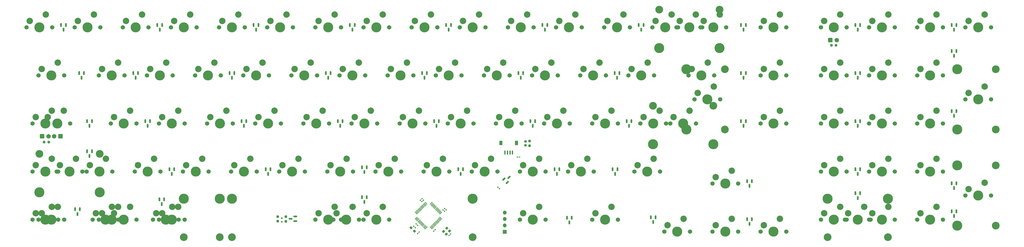
<source format=gbs>
%TF.GenerationSoftware,KiCad,Pcbnew,(6.0.0)*%
%TF.CreationDate,2022-10-18T00:40:26-05:00*%
%TF.ProjectId,_autosave-Phidias-F072-pcb,5f617574-6f73-4617-9665-2d5068696469,rev?*%
%TF.SameCoordinates,Original*%
%TF.FileFunction,Soldermask,Bot*%
%TF.FilePolarity,Negative*%
%FSLAX46Y46*%
G04 Gerber Fmt 4.6, Leading zero omitted, Abs format (unit mm)*
G04 Created by KiCad (PCBNEW (6.0.0)) date 2022-10-18 00:40:26*
%MOMM*%
%LPD*%
G01*
G04 APERTURE LIST*
G04 Aperture macros list*
%AMRoundRect*
0 Rectangle with rounded corners*
0 $1 Rounding radius*
0 $2 $3 $4 $5 $6 $7 $8 $9 X,Y pos of 4 corners*
0 Add a 4 corners polygon primitive as box body*
4,1,4,$2,$3,$4,$5,$6,$7,$8,$9,$2,$3,0*
0 Add four circle primitives for the rounded corners*
1,1,$1+$1,$2,$3*
1,1,$1+$1,$4,$5*
1,1,$1+$1,$6,$7*
1,1,$1+$1,$8,$9*
0 Add four rect primitives between the rounded corners*
20,1,$1+$1,$2,$3,$4,$5,0*
20,1,$1+$1,$4,$5,$6,$7,0*
20,1,$1+$1,$6,$7,$8,$9,0*
20,1,$1+$1,$8,$9,$2,$3,0*%
%AMRotRect*
0 Rectangle, with rotation*
0 The origin of the aperture is its center*
0 $1 length*
0 $2 width*
0 $3 Rotation angle, in degrees counterclockwise*
0 Add horizontal line*
21,1,$1,$2,0,0,$3*%
G04 Aperture macros list end*
%ADD10RoundRect,0.100000X0.083085X0.224506X-0.224506X-0.083085X-0.083085X-0.224506X0.224506X0.083085X0*%
%ADD11C,3.987800*%
%ADD12C,3.048000*%
%ADD13C,1.701800*%
%ADD14C,2.540000*%
%ADD15RoundRect,0.150000X-0.150000X0.587500X-0.150000X-0.587500X0.150000X-0.587500X0.150000X0.587500X0*%
%ADD16RoundRect,0.150000X0.587500X0.150000X-0.587500X0.150000X-0.587500X-0.150000X0.587500X-0.150000X0*%
%ADD17RoundRect,0.218750X-0.256250X0.218750X-0.256250X-0.218750X0.256250X-0.218750X0.256250X0.218750X0*%
%ADD18RoundRect,0.150000X-0.309359X-0.521491X0.521491X0.309359X0.309359X0.521491X-0.521491X-0.309359X0*%
%ADD19RoundRect,0.237500X-0.008839X-0.344715X0.344715X0.008839X0.008839X0.344715X-0.344715X-0.008839X0*%
%ADD20C,1.778000*%
%ADD21RoundRect,0.177800X-0.711200X-0.711200X0.711200X-0.711200X0.711200X0.711200X-0.711200X0.711200X0*%
%ADD22RoundRect,0.100000X-0.224506X0.083085X0.083085X-0.224506X0.224506X-0.083085X-0.083085X0.224506X0*%
%ADD23R,0.700000X0.600000*%
%ADD24RoundRect,0.100000X-0.083085X-0.224506X0.224506X0.083085X0.083085X0.224506X-0.224506X-0.083085X0*%
%ADD25RoundRect,0.237500X-0.344715X0.008839X0.008839X-0.344715X0.344715X-0.008839X-0.008839X0.344715X0*%
%ADD26RoundRect,0.177800X0.711200X0.711200X-0.711200X0.711200X-0.711200X-0.711200X0.711200X-0.711200X0*%
%ADD27RoundRect,0.237500X0.237500X-0.250000X0.237500X0.250000X-0.237500X0.250000X-0.237500X-0.250000X0*%
%ADD28RotRect,1.475000X0.300000X45.000000*%
%ADD29RoundRect,0.150000X-0.415425X-0.415425X0.415425X0.415425X0.415425X0.415425X-0.415425X-0.415425X0*%
%ADD30RoundRect,0.150000X0.415425X-0.415425X0.415425X-0.415425X-0.415425X0.415425X-0.415425X0.415425X0*%
%ADD31R,1.524000X1.524000*%
%ADD32O,1.524000X1.524000*%
%ADD33RoundRect,0.237500X0.250000X0.237500X-0.250000X0.237500X-0.250000X-0.237500X0.250000X-0.237500X0*%
%ADD34R,0.600000X1.550000*%
%ADD35R,1.200000X1.800000*%
%ADD36RoundRect,0.100000X0.224506X-0.083085X-0.083085X0.224506X-0.224506X0.083085X0.083085X-0.224506X0*%
%ADD37RoundRect,0.100000X-0.217500X-0.100000X0.217500X-0.100000X0.217500X0.100000X-0.217500X0.100000X0*%
G04 APERTURE END LIST*
D10*
%TO.C,C5*%
X185282322Y-106557678D03*
X184706030Y-107133970D03*
%TD*%
D11*
%TO.C,SW15*%
X278574500Y-46355000D03*
D12*
X278574500Y-31115000D03*
X302450500Y-31115000D03*
D13*
X295592500Y-38100000D03*
D11*
X302450500Y-46355000D03*
X290512500Y-38100000D03*
D13*
X285432500Y-38100000D03*
D14*
X286702500Y-35560000D03*
X293052500Y-33020000D03*
%TD*%
D15*
%TO.C,D4*%
X156212500Y-37162500D03*
X158112500Y-37162500D03*
X157162500Y-39037500D03*
%TD*%
D13*
%TO.C,SW90*%
X233680000Y-114300000D03*
X223520000Y-114300000D03*
D11*
X228600000Y-114300000D03*
D14*
X224790000Y-111760000D03*
X231140000Y-109220000D03*
%TD*%
D11*
%TO.C,SW35*%
X295275000Y-57150000D03*
D13*
X290195000Y-57150000D03*
X300355000Y-57150000D03*
D14*
X291465000Y-54610000D03*
X297815000Y-52070000D03*
%TD*%
D13*
%TO.C,SW44*%
X71755000Y-76200000D03*
D11*
X66675000Y-76200000D03*
D13*
X61595000Y-76200000D03*
D14*
X62865000Y-73660000D03*
X69215000Y-71120000D03*
%TD*%
D13*
%TO.C,SW54*%
X252095000Y-76200000D03*
X262255000Y-76200000D03*
D11*
X257175000Y-76200000D03*
D14*
X253365000Y-73660000D03*
X259715000Y-71120000D03*
%TD*%
D13*
%TO.C,SW70*%
X185420000Y-95250000D03*
X195580000Y-95250000D03*
D11*
X190500000Y-95250000D03*
D14*
X186690000Y-92710000D03*
X193040000Y-90170000D03*
%TD*%
D10*
%TO.C,C7*%
X184728146Y-106001854D03*
X184151854Y-106578146D03*
%TD*%
D11*
%TO.C,SW6*%
X128587500Y-38100000D03*
D13*
X123507500Y-38100000D03*
X133667500Y-38100000D03*
D14*
X124777500Y-35560000D03*
X131127500Y-33020000D03*
%TD*%
D13*
%TO.C,SW8*%
X171767500Y-38100000D03*
D11*
X166687500Y-38100000D03*
D13*
X161607500Y-38100000D03*
D14*
X162877500Y-35560000D03*
X169227500Y-33020000D03*
%TD*%
D15*
%TO.C,D28*%
X310993750Y-75262500D03*
X312893750Y-75262500D03*
X311943750Y-77137500D03*
%TD*%
D13*
%TO.C,SW34*%
X266382500Y-57150000D03*
X276542500Y-57150000D03*
D11*
X271462500Y-57150000D03*
D14*
X267652500Y-54610000D03*
X274002500Y-52070000D03*
%TD*%
D13*
%TO.C,SW52*%
X213995000Y-76200000D03*
D11*
X219075000Y-76200000D03*
D13*
X224155000Y-76200000D03*
D14*
X215265000Y-73660000D03*
X221615000Y-71120000D03*
%TD*%
D16*
%TO.C,Q1*%
X134587500Y-113020000D03*
X134587500Y-114920000D03*
X132712500Y-113970000D03*
%TD*%
D11*
%TO.C,SW57*%
X323850000Y-76200000D03*
D13*
X318770000Y-76200000D03*
X328930000Y-76200000D03*
D14*
X320040000Y-73660000D03*
X326390000Y-71120000D03*
%TD*%
D13*
%TO.C,SW71*%
X214630000Y-95250000D03*
X204470000Y-95250000D03*
D11*
X209550000Y-95250000D03*
D14*
X205740000Y-92710000D03*
X212090000Y-90170000D03*
%TD*%
D17*
%TO.C,LED1*%
X225690000Y-83282500D03*
X225690000Y-84857500D03*
%TD*%
D13*
%TO.C,SW40*%
X390842500Y-57150000D03*
X380682500Y-57150000D03*
D11*
X385762500Y-57150000D03*
D14*
X381952500Y-54610000D03*
X388302500Y-52070000D03*
%TD*%
D13*
%TO.C,SW93*%
X299720000Y-119062500D03*
D11*
X304800000Y-119062500D03*
D13*
X309880000Y-119062500D03*
D14*
X300990000Y-116522500D03*
X307340000Y-113982500D03*
%TD*%
D15*
%TO.C,D41*%
X47468750Y-110187500D03*
X49368750Y-110187500D03*
X48418750Y-112062500D03*
%TD*%
%TO.C,D45*%
X275275000Y-113362500D03*
X277175000Y-113362500D03*
X276225000Y-115237500D03*
%TD*%
D11*
%TO.C,SW30*%
X195262500Y-57150000D03*
D13*
X190182500Y-57150000D03*
X200342500Y-57150000D03*
D14*
X191452500Y-54610000D03*
X197802500Y-52070000D03*
%TD*%
D13*
%TO.C,SW94*%
X318770000Y-119062500D03*
D11*
X323850000Y-119062500D03*
D13*
X328930000Y-119062500D03*
D14*
X320040000Y-116522500D03*
X326390000Y-113982500D03*
%TD*%
D13*
%TO.C,SW82*%
X54451250Y-114300000D03*
D11*
X59531250Y-114300000D03*
D13*
X64611250Y-114300000D03*
D14*
X55721250Y-111760000D03*
X62071250Y-109220000D03*
%TD*%
D13*
%TO.C,SW51*%
X194945000Y-76200000D03*
D11*
X200025000Y-76200000D03*
D13*
X205105000Y-76200000D03*
D14*
X196215000Y-73660000D03*
X202565000Y-71120000D03*
%TD*%
D11*
%TO.C,SW56*%
X276193250Y-84455000D03*
D12*
X276193250Y-69215000D03*
D13*
X293211250Y-76200000D03*
D12*
X300069250Y-69215000D03*
D11*
X288131250Y-76200000D03*
X300069250Y-84455000D03*
D13*
X283051250Y-76200000D03*
D14*
X284321250Y-73660000D03*
X290671250Y-71120000D03*
%TD*%
D13*
%TO.C,SW29*%
X171132500Y-57150000D03*
X181292500Y-57150000D03*
D11*
X176212500Y-57150000D03*
D14*
X172402500Y-54610000D03*
X178752500Y-52070000D03*
%TD*%
D11*
%TO.C,SW86*%
X85725000Y-114300000D03*
D13*
X80645000Y-114300000D03*
X90805000Y-114300000D03*
D14*
X81915000Y-111760000D03*
X88265000Y-109220000D03*
%TD*%
D11*
%TO.C,SW45*%
X85725000Y-76200000D03*
D13*
X90805000Y-76200000D03*
X80645000Y-76200000D03*
D14*
X81915000Y-73660000D03*
X88265000Y-71120000D03*
%TD*%
D13*
%TO.C,SW49*%
X156845000Y-76200000D03*
D11*
X161925000Y-76200000D03*
D13*
X167005000Y-76200000D03*
D14*
X158115000Y-73660000D03*
X164465000Y-71120000D03*
%TD*%
D11*
%TO.C,SW14*%
X280987500Y-38100000D03*
D13*
X286067500Y-38100000D03*
X275907500Y-38100000D03*
D14*
X277177500Y-35560000D03*
X283527500Y-33020000D03*
%TD*%
D15*
%TO.C,D8*%
X310993750Y-37162500D03*
X312893750Y-37162500D03*
X311943750Y-39037500D03*
%TD*%
D13*
%TO.C,SW87*%
X171767500Y-114300000D03*
D11*
X166687500Y-114300000D03*
D12*
X204787500Y-121285000D03*
D13*
X161607500Y-114300000D03*
D11*
X204787500Y-106045000D03*
X109537500Y-106045000D03*
D12*
X109537500Y-121285000D03*
D14*
X162877500Y-111760000D03*
X169227500Y-109220000D03*
%TD*%
D15*
%TO.C,D31*%
X52231250Y-87168750D03*
X54131250Y-87168750D03*
X53181250Y-89043750D03*
%TD*%
%TO.C,D48*%
X394337500Y-110981250D03*
X396237500Y-110981250D03*
X395287500Y-112856250D03*
%TD*%
D13*
%TO.C,SW22*%
X33020000Y-57150000D03*
D11*
X38100000Y-57150000D03*
D13*
X43180000Y-57150000D03*
D14*
X34290000Y-54610000D03*
X40640000Y-52070000D03*
%TD*%
D13*
%TO.C,SW84*%
X61595000Y-114300000D03*
D11*
X66675000Y-114300000D03*
D13*
X71755000Y-114300000D03*
D14*
X62865000Y-111760000D03*
X69215000Y-109220000D03*
%TD*%
D15*
%TO.C,D23*%
X113350000Y-75262500D03*
X115250000Y-75262500D03*
X114300000Y-77137500D03*
%TD*%
D13*
%TO.C,SW72*%
X223520000Y-95250000D03*
X233680000Y-95250000D03*
D11*
X228600000Y-95250000D03*
D14*
X224790000Y-92710000D03*
X231140000Y-90170000D03*
%TD*%
D13*
%TO.C,SW78*%
X390842500Y-95250000D03*
X380682500Y-95250000D03*
D11*
X385762500Y-95250000D03*
D14*
X381952500Y-92710000D03*
X388302500Y-90170000D03*
%TD*%
D10*
%TO.C,C1*%
X196088146Y-119971854D03*
X195511854Y-120548146D03*
%TD*%
D11*
%TO.C,SW2*%
X52387500Y-38100000D03*
D13*
X47307500Y-38100000D03*
X57467500Y-38100000D03*
D14*
X48577500Y-35560000D03*
X54927500Y-33020000D03*
%TD*%
D11*
%TO.C,SW66*%
X114300000Y-95250000D03*
D13*
X109220000Y-95250000D03*
X119380000Y-95250000D03*
D14*
X110490000Y-92710000D03*
X116840000Y-90170000D03*
%TD*%
D15*
%TO.C,D1*%
X41912500Y-37162500D03*
X43812500Y-37162500D03*
X42862500Y-39037500D03*
%TD*%
D13*
%TO.C,SW80*%
X30638750Y-114300000D03*
X40798750Y-114300000D03*
D11*
X35718750Y-114300000D03*
D14*
X31908750Y-111760000D03*
X38258750Y-109220000D03*
%TD*%
D18*
%TO.C,U1*%
X218518839Y-99564664D03*
X217175336Y-98221161D03*
X219172913Y-97567087D03*
%TD*%
D15*
%TO.C,D27*%
X265750000Y-75262500D03*
X267650000Y-75262500D03*
X266700000Y-77137500D03*
%TD*%
D13*
%TO.C,SW27*%
X133032500Y-57150000D03*
D11*
X138112500Y-57150000D03*
D13*
X143192500Y-57150000D03*
D14*
X134302500Y-54610000D03*
X140652500Y-52070000D03*
%TD*%
D19*
%TO.C,R2*%
X193244765Y-118955235D03*
X194535235Y-117664765D03*
%TD*%
D13*
%TO.C,SW19*%
X361632500Y-38100000D03*
D11*
X366712500Y-38100000D03*
D13*
X371792500Y-38100000D03*
D14*
X362902500Y-35560000D03*
X369252500Y-33020000D03*
%TD*%
D13*
%TO.C,SW88*%
X159861250Y-114300000D03*
D11*
X104743250Y-106045000D03*
D12*
X104743250Y-121285000D03*
D11*
X204819250Y-106045000D03*
X154781250Y-114300000D03*
D13*
X149701250Y-114300000D03*
D12*
X204819250Y-121285000D03*
D14*
X150971250Y-111760000D03*
X157321250Y-109220000D03*
%TD*%
D20*
%TO.C,LED3*%
X39210000Y-81280000D03*
D21*
X41750000Y-81280000D03*
%TD*%
D22*
%TO.C,C10*%
X182416030Y-116016030D03*
X182992322Y-116592322D03*
%TD*%
D15*
%TO.C,D24*%
X151450000Y-75262500D03*
X153350000Y-75262500D03*
X152400000Y-77137500D03*
%TD*%
D23*
%TO.C,D49*%
X129260000Y-113720000D03*
X129260000Y-115120000D03*
%TD*%
D24*
%TO.C,C6*%
X189351854Y-118848146D03*
X189928146Y-118271854D03*
%TD*%
D10*
%TO.C,C2*%
X183608146Y-119201854D03*
X183031854Y-119778146D03*
%TD*%
D15*
%TO.C,D26*%
X227650000Y-75262500D03*
X229550000Y-75262500D03*
X228600000Y-77137500D03*
%TD*%
%TO.C,D2*%
X80012500Y-37162500D03*
X81912500Y-37162500D03*
X80962500Y-39037500D03*
%TD*%
D11*
%TO.C,SW32*%
X233362500Y-57150000D03*
D13*
X238442500Y-57150000D03*
X228282500Y-57150000D03*
D14*
X229552500Y-54610000D03*
X235902500Y-52070000D03*
%TD*%
D13*
%TO.C,SW28*%
X162242500Y-57150000D03*
D11*
X157162500Y-57150000D03*
D13*
X152082500Y-57150000D03*
D14*
X153352500Y-54610000D03*
X159702500Y-52070000D03*
%TD*%
D25*
%TO.C,R3*%
X180430000Y-117560000D03*
X181720470Y-118850470D03*
%TD*%
D11*
%TO.C,SW5*%
X109537500Y-38100000D03*
D13*
X104457500Y-38100000D03*
X114617500Y-38100000D03*
D14*
X105727500Y-35560000D03*
X112077500Y-33020000D03*
%TD*%
D13*
%TO.C,SW10*%
X199707500Y-38100000D03*
X209867500Y-38100000D03*
D11*
X204787500Y-38100000D03*
D14*
X200977500Y-35560000D03*
X207327500Y-33020000D03*
%TD*%
D15*
%TO.C,D21*%
X52231250Y-75262500D03*
X54131250Y-75262500D03*
X53181250Y-77137500D03*
%TD*%
D11*
%TO.C,SW79*%
X396557500Y-116713000D03*
D13*
X409892500Y-104775000D03*
D11*
X404812500Y-104775000D03*
D12*
X411797500Y-116713000D03*
X411797500Y-92837000D03*
D11*
X396557500Y-92837000D03*
D13*
X399732500Y-104775000D03*
D14*
X401002500Y-102235000D03*
X407352500Y-99695000D03*
%TD*%
D11*
%TO.C,SW16*%
X300037500Y-38100000D03*
D13*
X305117500Y-38100000D03*
X294957500Y-38100000D03*
D14*
X296227500Y-35560000D03*
X302577500Y-33020000D03*
%TD*%
D12*
%TO.C,SW89*%
X204787500Y-121285000D03*
D11*
X147637500Y-114300000D03*
X90487500Y-106045000D03*
D13*
X152717500Y-114300000D03*
D11*
X204787500Y-106045000D03*
D12*
X90487500Y-121285000D03*
D13*
X142557500Y-114300000D03*
D14*
X143827500Y-111760000D03*
X150177500Y-109220000D03*
%TD*%
D13*
%TO.C,SW62*%
X50323750Y-95250000D03*
D12*
X57181750Y-88265000D03*
D11*
X33305750Y-103505000D03*
X57181750Y-103505000D03*
X45243750Y-95250000D03*
D13*
X40163750Y-95250000D03*
D12*
X33305750Y-88265000D03*
D14*
X41433750Y-92710000D03*
X47783750Y-90170000D03*
%TD*%
D13*
%TO.C,SW31*%
X219392500Y-57150000D03*
D11*
X214312500Y-57150000D03*
D13*
X209232500Y-57150000D03*
D14*
X210502500Y-54610000D03*
X216852500Y-52070000D03*
%TD*%
D15*
%TO.C,D43*%
X160975000Y-105425000D03*
X162875000Y-105425000D03*
X161925000Y-107300000D03*
%TD*%
D13*
%TO.C,SW4*%
X85407500Y-38100000D03*
D11*
X90487500Y-38100000D03*
D13*
X95567500Y-38100000D03*
D14*
X86677500Y-35560000D03*
X93027500Y-33020000D03*
%TD*%
D13*
%TO.C,SW37*%
X328930000Y-57150000D03*
X318770000Y-57150000D03*
D11*
X323850000Y-57150000D03*
D14*
X320040000Y-54610000D03*
X326390000Y-52070000D03*
%TD*%
D20*
%TO.C,LED2*%
X36988750Y-81280000D03*
D26*
X34448750Y-81280000D03*
%TD*%
D15*
%TO.C,D46*%
X313375000Y-114156250D03*
X315275000Y-114156250D03*
X314325000Y-116031250D03*
%TD*%
D20*
%TO.C,LED4*%
X348930000Y-43180000D03*
D26*
X346390000Y-43180000D03*
%TD*%
D15*
%TO.C,D37*%
X260193750Y-94312500D03*
X262093750Y-94312500D03*
X261143750Y-96187500D03*
%TD*%
%TO.C,D17*%
X260987500Y-56212500D03*
X262887500Y-56212500D03*
X261937500Y-58087500D03*
%TD*%
D11*
%TO.C,SW65*%
X95250000Y-95250000D03*
D13*
X100330000Y-95250000D03*
X90170000Y-95250000D03*
D14*
X91440000Y-92710000D03*
X97790000Y-90170000D03*
%TD*%
D11*
%TO.C,SW18*%
X347662500Y-38100000D03*
D13*
X342582500Y-38100000D03*
X352742500Y-38100000D03*
D14*
X343852500Y-35560000D03*
X350202500Y-33020000D03*
%TD*%
D13*
%TO.C,SW43*%
X35401250Y-76200000D03*
D11*
X40481250Y-76200000D03*
D13*
X45561250Y-76200000D03*
D14*
X36671250Y-73660000D03*
X43021250Y-71120000D03*
%TD*%
D13*
%TO.C,SW33*%
X257492500Y-57150000D03*
X247332500Y-57150000D03*
D11*
X252412500Y-57150000D03*
D14*
X248602500Y-54610000D03*
X254952500Y-52070000D03*
%TD*%
D13*
%TO.C,SW48*%
X137795000Y-76200000D03*
D11*
X142875000Y-76200000D03*
D13*
X147955000Y-76200000D03*
D14*
X139065000Y-73660000D03*
X145415000Y-71120000D03*
%TD*%
D13*
%TO.C,SW85*%
X88423750Y-114300000D03*
D11*
X83343750Y-114300000D03*
D13*
X78263750Y-114300000D03*
D14*
X79533750Y-111760000D03*
X85883750Y-109220000D03*
%TD*%
D11*
%TO.C,SW76*%
X347662500Y-95250000D03*
D13*
X352742500Y-95250000D03*
X342582500Y-95250000D03*
D14*
X343852500Y-92710000D03*
X350202500Y-90170000D03*
%TD*%
D15*
%TO.C,D33*%
X122875000Y-94312500D03*
X124775000Y-94312500D03*
X123825000Y-96187500D03*
%TD*%
D13*
%TO.C,SW13*%
X256857500Y-38100000D03*
X267017500Y-38100000D03*
D11*
X261937500Y-38100000D03*
D14*
X258127500Y-35560000D03*
X264477500Y-33020000D03*
%TD*%
D13*
%TO.C,SW17*%
X318770000Y-38100000D03*
X328930000Y-38100000D03*
D11*
X323850000Y-38100000D03*
D14*
X320040000Y-35560000D03*
X326390000Y-33020000D03*
%TD*%
D13*
%TO.C,SW21*%
X409892500Y-38100000D03*
D11*
X404812500Y-38100000D03*
D13*
X399732500Y-38100000D03*
D14*
X401002500Y-35560000D03*
X407352500Y-33020000D03*
%TD*%
D15*
%TO.C,D3*%
X118112500Y-37162500D03*
X120012500Y-37162500D03*
X119062500Y-39037500D03*
%TD*%
D13*
%TO.C,SW68*%
X157480000Y-95250000D03*
D11*
X152400000Y-95250000D03*
D13*
X147320000Y-95250000D03*
D14*
X148590000Y-92710000D03*
X154940000Y-90170000D03*
%TD*%
D13*
%TO.C,SW77*%
X361632500Y-95250000D03*
D11*
X366712500Y-95250000D03*
D13*
X371792500Y-95250000D03*
D14*
X362902500Y-92710000D03*
X369252500Y-90170000D03*
%TD*%
D13*
%TO.C,SW53*%
X233045000Y-76200000D03*
D11*
X238125000Y-76200000D03*
D13*
X243205000Y-76200000D03*
D14*
X234315000Y-73660000D03*
X240665000Y-71120000D03*
%TD*%
D13*
%TO.C,SW11*%
X228917500Y-38100000D03*
X218757500Y-38100000D03*
D11*
X223837500Y-38100000D03*
D14*
X220027500Y-35560000D03*
X226377500Y-33020000D03*
%TD*%
D13*
%TO.C,SW9*%
X190817500Y-38100000D03*
X180657500Y-38100000D03*
D11*
X185737500Y-38100000D03*
D14*
X181927500Y-35560000D03*
X188277500Y-33020000D03*
%TD*%
D13*
%TO.C,SW74*%
X278923750Y-95250000D03*
X268763750Y-95250000D03*
D11*
X273843750Y-95250000D03*
D14*
X270033750Y-92710000D03*
X276383750Y-90170000D03*
%TD*%
D15*
%TO.C,D5*%
X194312500Y-37162500D03*
X196212500Y-37162500D03*
X195262500Y-39037500D03*
%TD*%
%TO.C,D11*%
X49056250Y-56212500D03*
X50956250Y-56212500D03*
X50006250Y-58087500D03*
%TD*%
D13*
%TO.C,SW69*%
X166370000Y-95250000D03*
D11*
X171450000Y-95250000D03*
D13*
X176530000Y-95250000D03*
D14*
X167640000Y-92710000D03*
X173990000Y-90170000D03*
%TD*%
D13*
%TO.C,SW1*%
X28257500Y-38100000D03*
X38417500Y-38100000D03*
D11*
X33337500Y-38100000D03*
D14*
X29527500Y-35560000D03*
X35877500Y-33020000D03*
%TD*%
D15*
%TO.C,D35*%
X199075000Y-94312500D03*
X200975000Y-94312500D03*
X200025000Y-96187500D03*
%TD*%
D11*
%TO.C,SW60*%
X385762500Y-76200000D03*
D13*
X380682500Y-76200000D03*
X390842500Y-76200000D03*
D14*
X381952500Y-73660000D03*
X388302500Y-71120000D03*
%TD*%
D15*
%TO.C,D30*%
X394337500Y-71293750D03*
X396237500Y-71293750D03*
X395287500Y-73168750D03*
%TD*%
D13*
%TO.C,SW61*%
X30638750Y-95250000D03*
X40798750Y-95250000D03*
D11*
X35718750Y-95250000D03*
D14*
X31908750Y-92710000D03*
X38258750Y-90170000D03*
%TD*%
D27*
%TO.C,R4*%
X127640000Y-114932500D03*
X127640000Y-113107500D03*
%TD*%
D11*
%TO.C,SW96*%
X357187500Y-114300000D03*
X345249500Y-106045000D03*
X369125500Y-106045000D03*
D12*
X345249500Y-121285000D03*
X369125500Y-121285000D03*
D13*
X362267500Y-114300000D03*
X352107500Y-114300000D03*
D14*
X353377500Y-111760000D03*
X359727500Y-109220000D03*
%TD*%
D27*
%TO.C,R6*%
X227310000Y-85012500D03*
X227310000Y-83187500D03*
%TD*%
D28*
%TO.C,U2*%
X186326212Y-117600376D03*
D29*
X185972658Y-117246822D03*
X185619105Y-116893269D03*
X185265551Y-116539715D03*
X184911998Y-116186162D03*
X184558445Y-115832609D03*
X184204891Y-115479055D03*
X183851338Y-115125502D03*
X183497785Y-114771949D03*
X183144231Y-114418395D03*
X182790678Y-114064842D03*
X182437124Y-113711288D03*
D30*
X182437124Y-111713712D03*
X182790678Y-111360158D03*
X183144231Y-111006605D03*
X183497785Y-110653051D03*
X183851338Y-110299498D03*
X184204891Y-109945945D03*
X184558445Y-109592391D03*
X184911998Y-109238838D03*
X185265551Y-108885285D03*
X185619105Y-108531731D03*
X185972658Y-108178178D03*
X186326212Y-107824624D03*
D29*
X188323788Y-107824624D03*
X188677342Y-108178178D03*
X189030895Y-108531731D03*
X189384449Y-108885285D03*
X189738002Y-109238838D03*
X190091555Y-109592391D03*
X190445109Y-109945945D03*
X190798662Y-110299498D03*
X191152215Y-110653051D03*
X191505769Y-111006605D03*
X191859322Y-111360158D03*
X192212876Y-111713712D03*
D30*
X192212876Y-113711288D03*
X191859322Y-114064842D03*
X191505769Y-114418395D03*
X191152215Y-114771949D03*
X190798662Y-115125502D03*
X190445109Y-115479055D03*
X190091555Y-115832609D03*
X189738002Y-116186162D03*
X189384449Y-116539715D03*
X189030895Y-116893269D03*
X188677342Y-117246822D03*
X188323788Y-117600376D03*
%TD*%
D11*
%TO.C,SW75*%
X304800000Y-100012500D03*
D13*
X309880000Y-100012500D03*
X299720000Y-100012500D03*
D14*
X300990000Y-97472500D03*
X307340000Y-94932500D03*
%TD*%
D15*
%TO.C,D16*%
X222887500Y-56212500D03*
X224787500Y-56212500D03*
X223837500Y-58087500D03*
%TD*%
D31*
%TO.C,J2*%
X217510000Y-119170000D03*
D32*
X217510000Y-116630000D03*
X217510000Y-114090000D03*
X217510000Y-111550000D03*
%TD*%
D15*
%TO.C,D7*%
X270512500Y-37162500D03*
X272412500Y-37162500D03*
X271462500Y-39037500D03*
%TD*%
D13*
%TO.C,SW47*%
X128905000Y-76200000D03*
X118745000Y-76200000D03*
D11*
X123825000Y-76200000D03*
D14*
X120015000Y-73660000D03*
X126365000Y-71120000D03*
%TD*%
D15*
%TO.C,D22*%
X75250000Y-75262500D03*
X77150000Y-75262500D03*
X76200000Y-77137500D03*
%TD*%
D13*
%TO.C,SW3*%
X66357500Y-38100000D03*
X76517500Y-38100000D03*
D11*
X71437500Y-38100000D03*
D14*
X67627500Y-35560000D03*
X73977500Y-33020000D03*
%TD*%
D15*
%TO.C,D13*%
X108587500Y-56212500D03*
X110487500Y-56212500D03*
X109537500Y-58087500D03*
%TD*%
%TO.C,D44*%
X242093750Y-113506250D03*
X243993750Y-113506250D03*
X243043750Y-115381250D03*
%TD*%
D13*
%TO.C,SW55*%
X271145000Y-76200000D03*
D11*
X276225000Y-76200000D03*
D13*
X281305000Y-76200000D03*
D14*
X272415000Y-73660000D03*
X278765000Y-71120000D03*
%TD*%
D15*
%TO.C,D12*%
X70487500Y-56212500D03*
X72387500Y-56212500D03*
X71437500Y-58087500D03*
%TD*%
%TO.C,D15*%
X184787500Y-56212500D03*
X186687500Y-56212500D03*
X185737500Y-58087500D03*
%TD*%
D13*
%TO.C,SW91*%
X262255000Y-114300000D03*
X252095000Y-114300000D03*
D11*
X257175000Y-114300000D03*
D14*
X253365000Y-111760000D03*
X259715000Y-109220000D03*
%TD*%
D33*
%TO.C,R8*%
X348575000Y-45243750D03*
X346750000Y-45243750D03*
%TD*%
D34*
%TO.C,J1*%
X217575000Y-87750000D03*
X218575000Y-87750000D03*
X219575000Y-87750000D03*
X220575000Y-87750000D03*
D35*
X215975000Y-83875000D03*
X222175000Y-83875000D03*
%TD*%
D15*
%TO.C,D47*%
X356237500Y-103837500D03*
X358137500Y-103837500D03*
X357187500Y-105712500D03*
%TD*%
%TO.C,D19*%
X356237500Y-56212500D03*
X358137500Y-56212500D03*
X357187500Y-58087500D03*
%TD*%
D13*
%TO.C,SW73*%
X252730000Y-95250000D03*
X242570000Y-95250000D03*
D11*
X247650000Y-95250000D03*
D14*
X243840000Y-92710000D03*
X250190000Y-90170000D03*
%TD*%
D12*
%TO.C,SW36*%
X304641250Y-78613000D03*
D13*
X302736250Y-66675000D03*
D12*
X304641250Y-54737000D03*
D13*
X292576250Y-66675000D03*
D11*
X289401250Y-54737000D03*
X297656250Y-66675000D03*
X289401250Y-78613000D03*
D14*
X293846250Y-64135000D03*
X300196250Y-61595000D03*
%TD*%
D15*
%TO.C,D40*%
X394337500Y-99868750D03*
X396237500Y-99868750D03*
X395287500Y-101743750D03*
%TD*%
D13*
%TO.C,SW64*%
X81280000Y-95250000D03*
X71120000Y-95250000D03*
D11*
X76200000Y-95250000D03*
D14*
X72390000Y-92710000D03*
X78740000Y-90170000D03*
%TD*%
D11*
%TO.C,SW98*%
X385762500Y-114300000D03*
D13*
X380682500Y-114300000D03*
X390842500Y-114300000D03*
D14*
X381952500Y-111760000D03*
X388302500Y-109220000D03*
%TD*%
D15*
%TO.C,D25*%
X189550000Y-75262500D03*
X191450000Y-75262500D03*
X190500000Y-77137500D03*
%TD*%
D13*
%TO.C,SW41*%
X409892500Y-66675000D03*
X399732500Y-66675000D03*
D11*
X396557500Y-78613000D03*
X396557500Y-54737000D03*
D12*
X411797500Y-54737000D03*
X411797500Y-78613000D03*
D11*
X404812500Y-66675000D03*
D14*
X401002500Y-64135000D03*
X407352500Y-61595000D03*
%TD*%
D22*
%TO.C,C11*%
X181516030Y-116916030D03*
X182092322Y-117492322D03*
%TD*%
D11*
%TO.C,SW95*%
X347662500Y-114300000D03*
D13*
X352742500Y-114300000D03*
X342582500Y-114300000D03*
D14*
X343852500Y-111760000D03*
X350202500Y-109220000D03*
%TD*%
D13*
%TO.C,SW50*%
X186055000Y-76200000D03*
X175895000Y-76200000D03*
D11*
X180975000Y-76200000D03*
D14*
X177165000Y-73660000D03*
X183515000Y-71120000D03*
%TD*%
D15*
%TO.C,D39*%
X356237500Y-94312500D03*
X358137500Y-94312500D03*
X357187500Y-96187500D03*
%TD*%
D27*
%TO.C,R5*%
X130870000Y-114942500D03*
X130870000Y-113117500D03*
%TD*%
D33*
%TO.C,R7*%
X37052500Y-83600000D03*
X35227500Y-83600000D03*
%TD*%
D15*
%TO.C,D29*%
X356237500Y-75262500D03*
X358137500Y-75262500D03*
X357187500Y-77137500D03*
%TD*%
%TO.C,D42*%
X80806250Y-106218750D03*
X82706250Y-106218750D03*
X81756250Y-108093750D03*
%TD*%
%TO.C,D38*%
X313375000Y-99075000D03*
X315275000Y-99075000D03*
X314325000Y-100950000D03*
%TD*%
D13*
%TO.C,SW58*%
X352742500Y-76200000D03*
D11*
X347662500Y-76200000D03*
D13*
X342582500Y-76200000D03*
D14*
X343852500Y-73660000D03*
X350202500Y-71120000D03*
%TD*%
D13*
%TO.C,SW26*%
X124142500Y-57150000D03*
D11*
X119062500Y-57150000D03*
D13*
X113982500Y-57150000D03*
D14*
X115252500Y-54610000D03*
X121602500Y-52070000D03*
%TD*%
D36*
%TO.C,C9*%
X194308146Y-110438146D03*
X193731854Y-109861854D03*
%TD*%
D13*
%TO.C,SW67*%
X128270000Y-95250000D03*
X138430000Y-95250000D03*
D11*
X133350000Y-95250000D03*
D14*
X129540000Y-92710000D03*
X135890000Y-90170000D03*
%TD*%
D15*
%TO.C,D36*%
X237175000Y-94312500D03*
X239075000Y-94312500D03*
X238125000Y-96187500D03*
%TD*%
D13*
%TO.C,SW42*%
X40798750Y-76200000D03*
X30638750Y-76200000D03*
D11*
X35718750Y-76200000D03*
D14*
X31908750Y-73660000D03*
X38258750Y-71120000D03*
%TD*%
D36*
%TO.C,C8*%
X193708146Y-111038146D03*
X193131854Y-110461854D03*
%TD*%
D15*
%TO.C,D10*%
X394337500Y-37162500D03*
X396237500Y-37162500D03*
X395287500Y-39037500D03*
%TD*%
%TO.C,D14*%
X146687500Y-56212500D03*
X148587500Y-56212500D03*
X147637500Y-58087500D03*
%TD*%
D13*
%TO.C,SW12*%
X247967500Y-38100000D03*
X237807500Y-38100000D03*
D11*
X242887500Y-38100000D03*
D14*
X239077500Y-35560000D03*
X245427500Y-33020000D03*
%TD*%
D15*
%TO.C,D20*%
X394337500Y-47481250D03*
X396237500Y-47481250D03*
X395287500Y-49356250D03*
%TD*%
D37*
%TO.C,C3*%
X223337500Y-89470000D03*
X222522500Y-89470000D03*
%TD*%
D22*
%TO.C,C4*%
X214751854Y-101441854D03*
X215328146Y-102018146D03*
%TD*%
D11*
%TO.C,SW23*%
X61912500Y-57150000D03*
D13*
X66992500Y-57150000D03*
X56832500Y-57150000D03*
D14*
X58102500Y-54610000D03*
X64452500Y-52070000D03*
%TD*%
D11*
%TO.C,SW39*%
X366712500Y-57150000D03*
D13*
X371792500Y-57150000D03*
X361632500Y-57150000D03*
D14*
X362902500Y-54610000D03*
X369252500Y-52070000D03*
%TD*%
D13*
%TO.C,SW92*%
X280670000Y-119062500D03*
X290830000Y-119062500D03*
D11*
X285750000Y-119062500D03*
D14*
X281940000Y-116522500D03*
X288290000Y-113982500D03*
%TD*%
D19*
%TO.C,R1*%
X194364765Y-120075235D03*
X195655235Y-118784765D03*
%TD*%
D13*
%TO.C,SW24*%
X86042500Y-57150000D03*
X75882500Y-57150000D03*
D11*
X80962500Y-57150000D03*
D14*
X77152500Y-54610000D03*
X83502500Y-52070000D03*
%TD*%
D15*
%TO.C,D6*%
X232412500Y-37162500D03*
X234312500Y-37162500D03*
X233362500Y-39037500D03*
%TD*%
%TO.C,D32*%
X84775000Y-94312500D03*
X86675000Y-94312500D03*
X85725000Y-96187500D03*
%TD*%
%TO.C,D9*%
X356237500Y-37162500D03*
X358137500Y-37162500D03*
X357187500Y-39037500D03*
%TD*%
%TO.C,D18*%
X310993750Y-56212500D03*
X312893750Y-56212500D03*
X311943750Y-58087500D03*
%TD*%
D13*
%TO.C,SW59*%
X371792500Y-76200000D03*
X361632500Y-76200000D03*
D11*
X366712500Y-76200000D03*
D14*
X362902500Y-73660000D03*
X369252500Y-71120000D03*
%TD*%
D15*
%TO.C,D34*%
X160975000Y-93518750D03*
X162875000Y-93518750D03*
X161925000Y-95393750D03*
%TD*%
D13*
%TO.C,SW81*%
X43180000Y-114300000D03*
D11*
X38100000Y-114300000D03*
D13*
X33020000Y-114300000D03*
D14*
X34290000Y-111760000D03*
X40640000Y-109220000D03*
%TD*%
D13*
%TO.C,SW25*%
X94932500Y-57150000D03*
D11*
X100012500Y-57150000D03*
D13*
X105092500Y-57150000D03*
D14*
X96202500Y-54610000D03*
X102552500Y-52070000D03*
%TD*%
D13*
%TO.C,SW46*%
X109855000Y-76200000D03*
D11*
X104775000Y-76200000D03*
D13*
X99695000Y-76200000D03*
D14*
X100965000Y-73660000D03*
X107315000Y-71120000D03*
%TD*%
D11*
%TO.C,SW97*%
X366712500Y-114300000D03*
D13*
X371792500Y-114300000D03*
X361632500Y-114300000D03*
D14*
X362902500Y-111760000D03*
X369252500Y-109220000D03*
%TD*%
D11*
%TO.C,SW38*%
X347662500Y-57150000D03*
D13*
X352742500Y-57150000D03*
X342582500Y-57150000D03*
D14*
X343852500Y-54610000D03*
X350202500Y-52070000D03*
%TD*%
D11*
%TO.C,SW7*%
X147637500Y-38100000D03*
D13*
X152717500Y-38100000D03*
X142557500Y-38100000D03*
D14*
X143827500Y-35560000D03*
X150177500Y-33020000D03*
%TD*%
D13*
%TO.C,SW20*%
X390842500Y-38100000D03*
D11*
X385762500Y-38100000D03*
D13*
X380682500Y-38100000D03*
D14*
X381952500Y-35560000D03*
X388302500Y-33020000D03*
%TD*%
D13*
%TO.C,SW63*%
X52070000Y-95250000D03*
X62230000Y-95250000D03*
D11*
X57150000Y-95250000D03*
D14*
X53340000Y-92710000D03*
X59690000Y-90170000D03*
%TD*%
D13*
%TO.C,SW83*%
X56832500Y-114300000D03*
X66992500Y-114300000D03*
D11*
X61912500Y-114300000D03*
D14*
X58102500Y-111760000D03*
X64452500Y-109220000D03*
%TD*%
M02*

</source>
